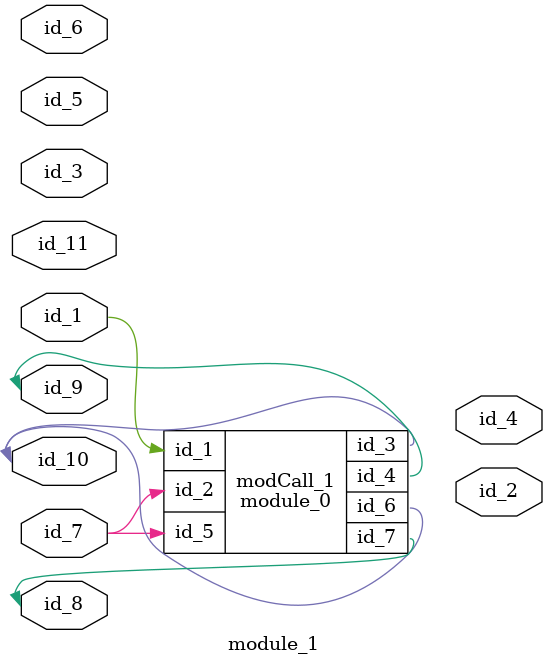
<source format=v>
module module_0 (
    id_1,
    id_2,
    id_3,
    id_4,
    id_5,
    id_6,
    id_7
);
  output wire id_7;
  output wire id_6;
  input wire id_5;
  output wire id_4;
  output wire id_3;
  input wire id_2;
  input wire id_1;
  integer id_8 = -1;
  assign id_6 = id_2 == id_5;
endmodule
module module_1 (
    id_1,
    id_2,
    id_3,
    id_4,
    id_5,
    id_6,
    id_7,
    id_8,
    id_9,
    id_10,
    id_11
);
  input wire id_11;
  inout wire id_10;
  inout wire id_9;
  module_0 modCall_1 (
      id_1,
      id_7,
      id_10,
      id_9,
      id_7,
      id_10,
      id_8
  );
  inout wire id_8;
  inout wire id_7;
  inout wire id_6;
  inout wire id_5;
  output wire id_4;
  input wire id_3;
  output wire id_2;
  inout wire id_1;
  parameter id_12 = -1;
endmodule

</source>
